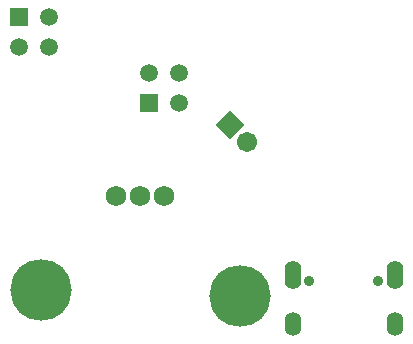
<source format=gbs>
G04*
G04 #@! TF.GenerationSoftware,Altium Limited,Altium Designer,21.9.1 (22)*
G04*
G04 Layer_Color=16711935*
%FSLAX25Y25*%
%MOIN*%
G70*
G04*
G04 #@! TF.SameCoordinates,E1323236-0D64-4C8B-8FC9-1981637C6FB2*
G04*
G04*
G04 #@! TF.FilePolarity,Negative*
G04*
G01*
G75*
%ADD41C,0.05984*%
%ADD42R,0.05984X0.05984*%
%ADD43C,0.06800*%
%ADD44C,0.20485*%
%ADD45R,0.05984X0.05984*%
%ADD46P,0.09483X4X360.0*%
%ADD47C,0.06706*%
%ADD48O,0.05524X0.09461*%
%ADD49C,0.03556*%
%ADD50O,0.05524X0.07887*%
D41*
X256500Y-277500D02*
D03*
X266500D02*
D03*
Y-267500D02*
D03*
X309961Y-296000D02*
D03*
Y-286000D02*
D03*
X299961D02*
D03*
D42*
X256500Y-267500D02*
D03*
D43*
X304685Y-327041D02*
D03*
X296685D02*
D03*
X288685D02*
D03*
D44*
X263685Y-358541D02*
D03*
X330185Y-360541D02*
D03*
D45*
X299961Y-296000D02*
D03*
D46*
X326893Y-303432D02*
D03*
D47*
X332461Y-309000D02*
D03*
D48*
X347677Y-353274D02*
D03*
X381693D02*
D03*
D49*
X376063Y-355243D02*
D03*
X353307D02*
D03*
D50*
X381693Y-369731D02*
D03*
X347677D02*
D03*
M02*

</source>
